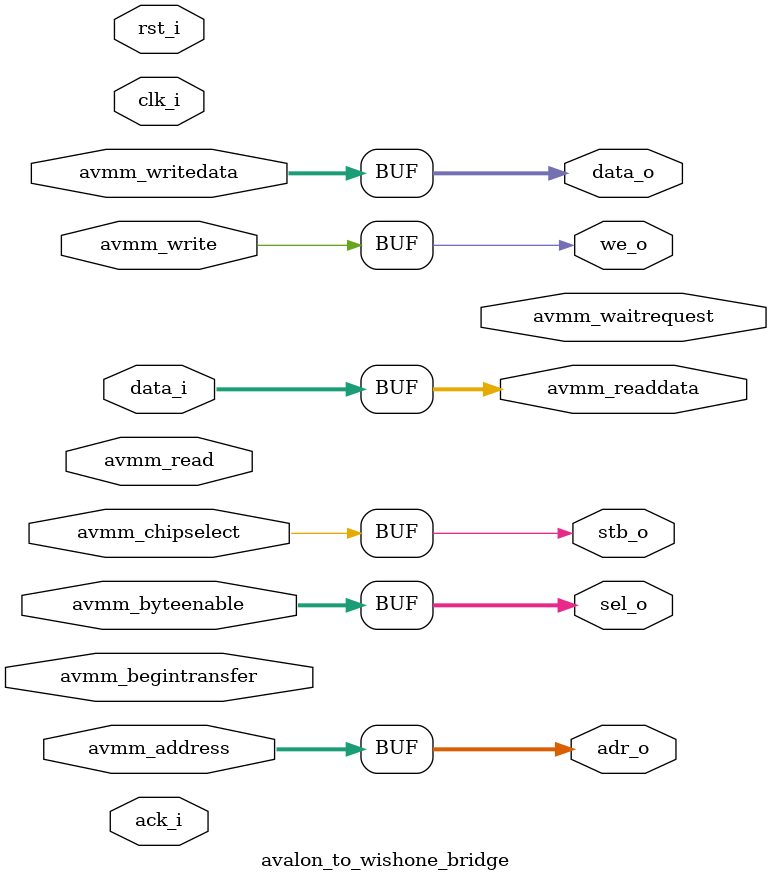
<source format=sv>

module avalon_to_wishone_bridge
    #(
        parameter  BUS_WIDTH  = 5,
        parameter  DATA_WIDTH = 32,
        parameter  BE_WIDTH   = 4
    )
    (
    //Common signal:
    input clk_i, 
    input rst_i, 
    //Avalon MM interface:
    input  avmm_chipselect, //The System Interconnect Fabric has to generate this signal
    input  [BUS_WIDTH-1:0] avmm_address,
    input  avmm_read, 
    output [DATA_WIDTH-1:0] avmm_readdata,
    input  avmm_write, 
    input  [DATA_WIDTH-1:0] avmm_writedata,
    input  [BE_WIDTH-1:  0] avmm_byteenable, 
    input  avmm_begintransfer, //Is this necessary?
    output avmm_waitrequest,   //It is not implemented yet
    //Wishbone interface:
    output [BUS_WIDTH-1:0]  adr_o,  //Address Out
    input  [DATA_WIDTH-1:0] data_i, //Data In
    output [DATA_WIDTH-1:0] data_o, //Data Out
    output we_o,                    //Write Enable Out
    output [BE_WIDTH-1:  0] sel_o,  //Select output array
    output stb_o,                   //Strobe Out
    input  ack_i                   //Acknowledged Out
    );
 
assign adr_o  = avmm_address;
assign data_o = avmm_writedata;
assign stb_o  = avmm_chipselect;
assign we_o   = avmm_write;
assign sel_o  = avmm_byteenable;

assign avmm_readdata = data_i;


endmodule
</source>
